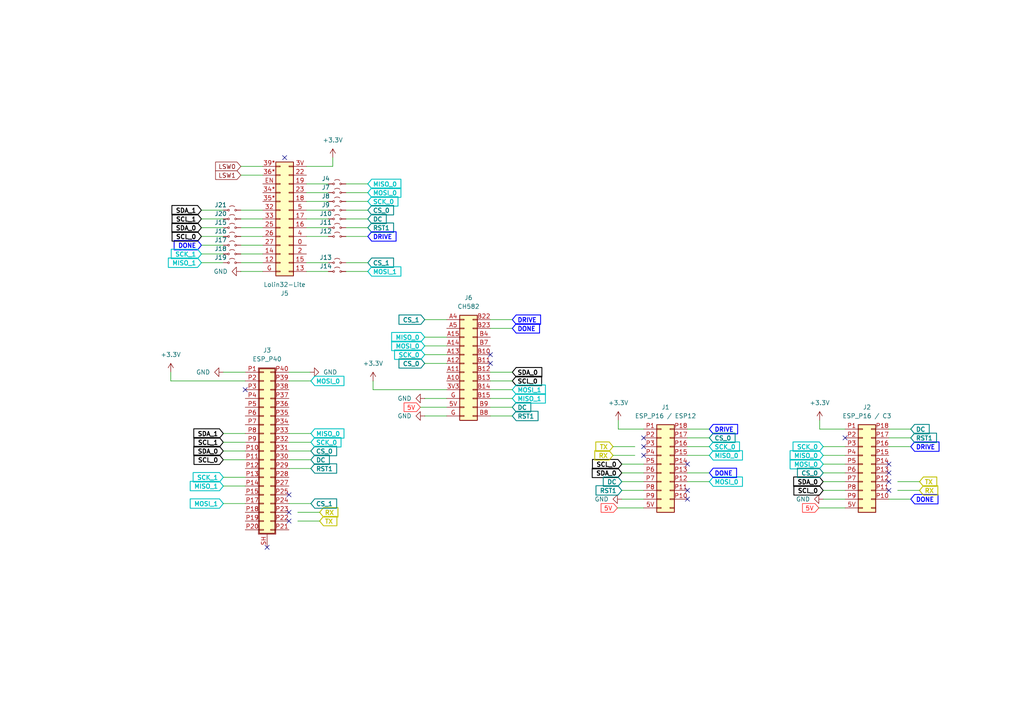
<source format=kicad_sch>
(kicad_sch (version 20250114) (generator "eeschema") (generator_version "9.0")
  (paper "A4")
  (lib_symbols
    (symbol "Connector_Generic:Conn_02x12_Top_Bottom" (pin_names (offset 1.016) (hide yes))
      (property "Reference" "J6" (at 1.27 19.05 0))
      (property "Value" "CH582" (at 1.27 16.51 0))
      (symbol "Conn_02x12_Top_Bottom_1_1"
        (rectangle (start -1.27 13.97) (end 3.81 -16.51) (stroke (width 0.254)) (fill (type background)))
        (rectangle (start -1.27 12.827) (end 0 12.573) (stroke (width 0.1524)))
        (rectangle (start -1.27 10.287) (end 0 10.033) (stroke (width 0.1524)))
        (rectangle (start -1.27 7.747) (end 0 7.493) (stroke (width 0.1524)))
        (rectangle (start -1.27 5.207) (end 0 4.953) (stroke (width 0.1524)))
        (rectangle (start -1.27 2.667) (end 0 2.413) (stroke (width 0.1524)))
        (rectangle (start -1.27 0.127) (end 0 -0.127) (stroke (width 0.1524)))
        (rectangle (start -1.27 -2.413) (end 0 -2.667) (stroke (width 0.1524)))
        (rectangle (start -1.27 -4.953) (end 0 -5.207) (stroke (width 0.1524)))
        (rectangle (start -1.27 -7.493) (end 0 -7.747) (stroke (width 0.1524)))
        (rectangle (start -1.27 -10.033) (end 0 -10.287) (stroke (width 0.1524)))
        (rectangle (start -1.27 -12.573) (end 0 -12.827) (stroke (width 0.1524)))
        (rectangle (start -1.27 -15.113) (end 0 -15.367) (stroke (width 0.1524)))
        (rectangle (start 3.81 12.827) (end 2.54 12.573) (stroke (width 0.1524)))
        (rectangle (start 3.81 10.287) (end 2.54 10.033) (stroke (width 0.1524)))
        (rectangle (start 3.81 7.747) (end 2.54 7.493) (stroke (width 0.1524)))
        (rectangle (start 3.81 5.207) (end 2.54 4.953) (stroke (width 0.1524)))
        (rectangle (start 3.81 2.667) (end 2.54 2.413) (stroke (width 0.1524)))
        (rectangle (start 3.81 0.127) (end 2.54 -0.127) (stroke (width 0.1524)))
        (rectangle (start 3.81 -2.413) (end 2.54 -2.667) (stroke (width 0.1524)))
        (rectangle (start 3.81 -4.953) (end 2.54 -5.207) (stroke (width 0.1524)))
        (rectangle (start 3.81 -7.493) (end 2.54 -7.747) (stroke (width 0.1524)))
        (rectangle (start 3.81 -10.033) (end 2.54 -10.287) (stroke (width 0.1524)))
        (rectangle (start 3.81 -12.573) (end 2.54 -12.827) (stroke (width 0.1524)))
        (rectangle (start 3.81 -15.113) (end 2.54 -15.367) (stroke (width 0.1524)))
        (pin passive line (at -5.08 12.7 0) (length 3.81) (name "Pin_1") (number "A4"))
        (pin passive line (at -5.08 10.16 0) (length 3.81) (name "Pin_2") (number "A5"))
        (pin passive line (at -5.08 7.62 0) (length 3.81) (name "Pin_3") (number "A15"))
        (pin passive line (at -5.08 5.08 0) (length 3.81) (name "Pin_4") (number "A14"))
        (pin passive line (at -5.08 2.54 0) (length 3.81) (name "Pin_5") (number "A13"))
        (pin passive line (at -5.08 0 0) (length 3.81) (name "Pin_6") (number "A12"))
        (pin passive line (at -5.08 -2.54 0) (length 3.81) (name "Pin_7") (number "A11"))
        (pin passive line (at -5.08 -5.08 0) (length 3.81) (name "Pin_8") (number "A10"))
        (pin passive line (at -5.08 -7.62 0) (length 3.81) (name "Pin_9") (number "3V3"))
        (pin passive line (at -5.08 -10.16 0) (length 3.81) (name "Pin_10") (number "G"))
        (pin passive line (at -5.08 -12.7 0) (length 3.81) (name "Pin_11") (number "5V"))
        (pin passive line (at -5.08 -15.24 0) (length 3.81) (name "Pin_12") (number "G"))
        (pin passive line (at 7.62 12.7 180) (length 3.81) (name "Pin_13") (number "B22"))
        (pin passive line (at 7.62 10.16 180) (length 3.81) (name "Pin_14") (number "B23"))
        (pin passive line (at 7.62 7.62 180) (length 3.81) (name "Pin_15") (number "B4"))
        (pin passive line (at 7.62 5.08 180) (length 3.81) (name "Pin_16") (number "B7"))
        (pin passive line (at 7.62 2.54 180) (length 3.81) (name "Pin_17") (number "B10"))
        (pin passive line (at 7.62 0 180) (length 3.81) (name "Pin_18") (number "B11"))
        (pin passive line (at 7.62 -2.54 180) (length 3.81) (name "Pin_19") (number "B12"))
        (pin passive line (at 7.62 -5.08 180) (length 3.81) (name "Pin_20") (number "B13"))
        (pin passive line (at 7.62 -7.62 180) (length 3.81) (name "Pin_21") (number "B14"))
        (pin passive line (at 7.62 -10.16 180) (length 3.81) (name "Pin_22") (number "B15"))
        (pin passive line (at 7.62 -12.7 180) (length 3.81) (name "Pin_23") (number "B9"))
        (pin passive line (at 7.62 -15.24 180) (length 3.81) (name "Pin_24") (number "B8"))
      )
    )
    (symbol "Connector_Generic_Shielded:Conn_02x19_Top_Bottom_Shielded" (pin_names (offset 1.016) (hide yes))
      (property "Reference" "J3" (at 1.27 29.21 0))
      (property "Value" "ESP_P40" (at 1.27 26.67 0))
      (symbol "Conn_02x19_Top_Bottom_Shielded_1_1"
        (rectangle (start -1.27 24.13) (end 3.81 -24.13) (stroke (width 0.1524)))
        (rectangle (start -1.016 23.876) (end 3.556 -23.876) (stroke (width 0.254)) (fill (type background)))
        (rectangle (start -1.016 22.987) (end 0.254 22.733) (stroke (width 0.1524)))
        (rectangle (start -1.016 20.447) (end 0.254 20.193) (stroke (width 0.1524)))
        (rectangle (start -1.016 17.907) (end 0.254 17.653) (stroke (width 0.1524)))
        (rectangle (start -1.016 15.367) (end 0.254 15.113) (stroke (width 0.1524)))
        (rectangle (start -1.016 12.827) (end 0.254 12.573) (stroke (width 0.1524)))
        (rectangle (start -1.016 10.287) (end 0.254 10.033) (stroke (width 0.1524)))
        (rectangle (start -1.016 7.747) (end 0.254 7.493) (stroke (width 0.1524)))
        (rectangle (start -1.016 5.207) (end 0.254 4.953) (stroke (width 0.1524)))
        (rectangle (start -1.016 2.667) (end 0.254 2.413) (stroke (width 0.1524)))
        (rectangle (start -1.016 0.127) (end 0.254 -0.127) (stroke (width 0.1524)))
        (rectangle (start -1.016 -2.413) (end 0.254 -2.667) (stroke (width 0.1524)))
        (rectangle (start -1.016 -4.953) (end 0.254 -5.207) (stroke (width 0.1524)))
        (rectangle (start -1.016 -7.493) (end 0.254 -7.747) (stroke (width 0.1524)))
        (rectangle (start -1.016 -10.033) (end 0.254 -10.287) (stroke (width 0.1524)))
        (rectangle (start -1.016 -12.573) (end 0.254 -12.827) (stroke (width 0.1524)))
        (rectangle (start -1.016 -15.113) (end 0.254 -15.367) (stroke (width 0.1524)))
        (rectangle (start -1.016 -17.653) (end 0.254 -17.907) (stroke (width 0.1524)))
        (rectangle (start -1.016 -20.193) (end 0.254 -20.447) (stroke (width 0.1524)))
        (rectangle (start -1.016 -22.733) (end 0.254 -22.987) (stroke (width 0.1524)))
        (rectangle (start 3.556 22.987) (end 2.286 22.733) (stroke (width 0.1524)))
        (rectangle (start 3.556 20.447) (end 2.286 20.193) (stroke (width 0.1524)))
        (rectangle (start 3.556 17.907) (end 2.286 17.653) (stroke (width 0.1524)))
        (rectangle (start 3.556 15.367) (end 2.286 15.113) (stroke (width 0.1524)))
        (rectangle (start 3.556 12.827) (end 2.286 12.573) (stroke (width 0.1524)))
        (rectangle (start 3.556 10.287) (end 2.286 10.033) (stroke (width 0.1524)))
        (rectangle (start 3.556 7.747) (end 2.286 7.493) (stroke (width 0.1524)))
        (rectangle (start 3.556 5.207) (end 2.286 4.953) (stroke (width 0.1524)))
        (rectangle (start 3.556 2.667) (end 2.286 2.413) (stroke (width 0.1524)))
        (rectangle (start 3.556 0.127) (end 2.286 -0.127) (stroke (width 0.1524)))
        (rectangle (start 3.556 -2.413) (end 2.286 -2.667) (stroke (width 0.1524)))
        (rectangle (start 3.556 -4.953) (end 2.286 -5.207) (stroke (width 0.1524)))
        (rectangle (start 3.556 -7.493) (end 2.286 -7.747) (stroke (width 0.1524)))
        (rectangle (start 3.556 -10.033) (end 2.286 -10.287) (stroke (width 0.1524)))
        (rectangle (start 3.556 -12.573) (end 2.286 -12.827) (stroke (width 0.1524)))
        (rectangle (start 3.556 -15.113) (end 2.286 -15.367) (stroke (width 0.1524)))
        (rectangle (start 3.556 -17.653) (end 2.286 -17.907) (stroke (width 0.1524)))
        (rectangle (start 3.556 -20.193) (end 2.286 -20.447) (stroke (width 0.1524)))
        (rectangle (start 3.556 -22.733) (end 2.286 -22.987) (stroke (width 0.1524)))
        (pin passive line (at -5.08 22.86 0) (length 4.064) (name "Pin_1") (number "P1"))
        (pin passive line (at -5.08 20.32 0) (length 4.064) (name "Pin_2") (number "P2"))
        (pin passive line (at -5.08 17.78 0) (length 4.064) (name "Pin_3") (number "P3"))
        (pin passive line (at -5.08 15.24 0) (length 4.064) (name "Pin_4") (number "P4"))
        (pin passive line (at -5.08 12.7 0) (length 4.064) (name "Pin_5") (number "P5"))
        (pin passive line (at -5.08 10.16 0) (length 4.064) (name "Pin_6") (number "P6"))
        (pin passive line (at -5.08 7.62 0) (length 4.064) (name "Pin_7") (number "P7"))
        (pin passive line (at -5.08 5.08 0) (length 4.064) (name "Pin_8") (number "P8"))
        (pin passive line (at -5.08 2.54 0) (length 4.064) (name "Pin_9") (number "P9"))
        (pin passive line (at -5.08 0 0) (length 4.064) (name "Pin_10") (number "P10"))
        (pin passive line (at -5.08 -2.54 0) (length 4.064) (name "Pin_11") (number "P11"))
        (pin passive line (at -5.08 -5.08 0) (length 4.064) (name "Pin_12") (number "P12"))
        (pin passive line (at -5.08 -7.62 0) (length 4.064) (name "Pin_13") (number "P13"))
        (pin passive line (at -5.08 -10.16 0) (length 4.064) (name "Pin_14") (number "P14"))
        (pin passive line (at -5.08 -12.7 0) (length 4.064) (name "Pin_15") (number "P15"))
        (pin passive line (at -5.08 -15.24 0) (length 4.064) (name "Pin_16") (number "P17"))
        (pin passive line (at -5.08 -17.78 0) (length 4.064) (name "Pin_17") (number "P18"))
        (pin passive line (at -5.08 -20.32 0) (length 4.064) (name "Pin_18") (number "P19"))
        (pin passive line (at -5.08 -22.86 0) (length 4.064) (name "Pin_19") (number "P20"))
        (pin passive line (at 1.27 -27.94 90) (length 3.81) (name "Shield") (number "SH"))
        (pin passive line (at 7.62 22.86 180) (length 4.064) (name "Pin_20") (number "P40"))
        (pin passive line (at 7.62 20.32 180) (length 4.064) (name "Pin_21") (number "P39"))
        (pin passive line (at 7.62 17.78 180) (length 4.064) (name "Pin_22") (number "P38"))
        (pin passive line (at 7.62 15.24 180) (length 4.064) (name "Pin_23") (number "P37"))
        (pin passive line (at 7.62 12.7 180) (length 4.064) (name "Pin_24") (number "P36"))
        (pin passive line (at 7.62 10.16 180) (length 4.064) (name "Pin_25") (number "P35"))
        (pin passive line (at 7.62 7.62 180) (length 4.064) (name "Pin_26") (number "P34"))
        (pin passive line (at 7.62 5.08 180) (length 4.064) (name "Pin_27") (number "P33"))
        (pin passive line (at 7.62 2.54 180) (length 4.064) (name "Pin_28") (number "P32"))
        (pin passive line (at 7.62 0 180) (length 4.064) (name "Pin_29") (number "P31"))
        (pin passive line (at 7.62 -2.54 180) (length 4.064) (name "Pin_30") (number "P30"))
        (pin passive line (at 7.62 -5.08 180) (length 4.064) (name "Pin_31") (number "P29"))
        (pin passive line (at 7.62 -7.62 180) (length 4.064) (name "Pin_32") (number "P28"))
        (pin passive line (at 7.62 -10.16 180) (length 4.064) (name "Pin_33") (number "P27"))
        (pin passive line (at 7.62 -12.7 180) (length 4.064) (name "Pin_34") (number "P25"))
        (pin passive line (at 7.62 -15.24 180) (length 4.064) (name "Pin_35") (number "P24"))
        (pin passive line (at 7.62 -17.78 180) (length 4.064) (name "Pin_36") (number "P23"))
        (pin passive line (at 7.62 -20.32 180) (length 4.064) (name "Pin_37") (number "P22"))
        (pin passive line (at 7.62 -22.86 180) (length 4.064) (name "Pin_38") (number "P21"))
      )
    )
    (symbol "GND_1" (power) (pin_numbers (hide yes)) (pin_names (offset 0) (hide yes))
      (property "Value" "GND" (at 0 -3.81 0))
      (symbol "GND_1_0_1"
        (polyline (pts (xy 0 0) (xy 0 -1.27) (xy 1.27 -1.27) (xy 0 -2.54) (xy -1.27 -1.27) (xy 0 -1.27)))
      )
      (symbol "GND_1_1_1"
        (pin power_in line (at 0 0 270) (length 0) (name "~") (number "1"))
      )
    )
    (symbol "IOT-Mess:ESP_P16" (pin_names (offset 1.016) (hide yes))
      (property "Reference" "J1" (at 1.27 16.51 0))
      (property "Value" "ESP_P16" (at 1.27 13.97 0))
      (symbol "ESP_P16_1_1"
        (rectangle (start -1.27 11.43) (end 3.81 -13.97) (stroke (width 0.254)) (fill (type background)))
        (rectangle (start -1.27 10.287) (end 0 10.033) (stroke (width 0.1524)))
        (rectangle (start -1.27 7.747) (end 0 7.493) (stroke (width 0.1524)))
        (rectangle (start -1.27 5.207) (end 0 4.953) (stroke (width 0.1524)))
        (rectangle (start -1.27 2.667) (end 0 2.413) (stroke (width 0.1524)))
        (rectangle (start -1.27 0.127) (end 0 -0.127) (stroke (width 0.1524)))
        (rectangle (start -1.27 -2.413) (end 0 -2.667) (stroke (width 0.1524)))
        (rectangle (start -1.27 -4.953) (end 0 -5.207) (stroke (width 0.1524)))
        (rectangle (start -1.27 -7.493) (end 0 -7.747) (stroke (width 0.1524)))
        (rectangle (start -1.27 -10.033) (end 0 -10.287) (stroke (width 0.1524)))
        (rectangle (start -1.27 -12.573) (end 0 -12.827) (stroke (width 0.1524)))
        (rectangle (start 3.81 10.287) (end 2.54 10.033) (stroke (width 0.1524)))
        (rectangle (start 3.81 7.747) (end 2.54 7.493) (stroke (width 0.1524)))
        (rectangle (start 3.81 5.207) (end 2.54 4.953) (stroke (width 0.1524)))
        (rectangle (start 3.81 2.667) (end 2.54 2.413) (stroke (width 0.1524)))
        (rectangle (start 3.81 0.127) (end 2.54 -0.127) (stroke (width 0.1524)))
        (rectangle (start 3.81 -2.413) (end 2.54 -2.667) (stroke (width 0.1524)))
        (rectangle (start 3.81 -4.953) (end 2.54 -5.207) (stroke (width 0.1524)))
        (rectangle (start 3.81 -7.493) (end 2.54 -7.747) (stroke (width 0.1524)))
        (rectangle (start 3.81 -10.033) (end 2.54 -10.287) (stroke (width 0.1524)))
        (rectangle (start 3.81 -12.573) (end 2.54 -12.827) (stroke (width 0.1524)))
        (pin passive line (at -5.08 10.16 0) (length 3.81) (name "Pin_1") (number "P1"))
        (pin passive line (at -5.08 7.62 0) (length 3.81) (name "Pin_2") (number "P2"))
        (pin passive line (at -5.08 5.08 0) (length 3.81) (name "Pin_3") (number "P3"))
        (pin passive line (at -5.08 2.54 0) (length 3.81) (name "Pin_4") (number "P4"))
        (pin passive line (at -5.08 0 0) (length 3.81) (name "Pin_5") (number "P5"))
        (pin passive line (at -5.08 -2.54 0) (length 3.81) (name "Pin_6") (number "P6"))
        (pin passive line (at -5.08 -5.08 0) (length 3.81) (name "Pin_7") (number "P7"))
        (pin passive line (at -5.08 -7.62 0) (length 3.81) (name "Pin_8") (number "P8"))
        (pin passive line (at -5.08 -10.16 0) (length 3.81) (name "Pin_9") (number "P9"))
        (pin passive line (at -5.08 -12.7 0) (length 3.81) (name "Pin_10") (number "5V"))
        (pin passive line (at 7.62 10.16 180) (length 3.81) (name "Pin_20") (number "P18"))
        (pin passive line (at 7.62 7.62 180) (length 3.81) (name "Pin_19") (number "P17"))
        (pin passive line (at 7.62 5.08 180) (length 3.81) (name "Pin_18") (number "P16"))
        (pin passive line (at 7.62 2.54 180) (length 3.81) (name "Pin_17") (number "P15"))
        (pin passive line (at 7.62 0 180) (length 3.81) (name "Pin_16") (number "P14"))
        (pin passive line (at 7.62 -2.54 180) (length 3.81) (name "Pin_15") (number "P13"))
        (pin passive line (at 7.62 -5.08 180) (length 3.81) (name "Pin_14") (number "P12"))
        (pin passive line (at 7.62 -7.62 180) (length 3.81) (name "Pin_13") (number "P11"))
        (pin passive line (at 7.62 -10.16 180) (length 3.81) (name "Pin_12") (number "P10"))
      )
    )
    (symbol "IOT-Mess:Lolin32-Lite" (pin_names (offset 1.016) (hide yes))
      (property "Reference" "J" (at 1.27 17.78 0))
      (property "Value" "Lolin32-Lite" (at 1.27 -17.78 0))
      (symbol "Lolin32-Lite_1_1"
        (rectangle (start -1.27 16.51) (end 3.81 -16.51) (stroke (width 0.254)) (fill (type background)))
        (rectangle (start -1.27 15.367) (end 0 15.113) (stroke (width 0.1524)))
        (rectangle (start -1.27 12.827) (end 0 12.573) (stroke (width 0.1524)))
        (rectangle (start -1.27 10.287) (end 0 10.033) (stroke (width 0.1524)))
        (rectangle (start -1.27 7.747) (end 0 7.493) (stroke (width 0.1524)))
        (rectangle (start -1.27 5.207) (end 0 4.953) (stroke (width 0.1524)))
        (rectangle (start -1.27 2.667) (end 0 2.413) (stroke (width 0.1524)))
        (rectangle (start -1.27 0.127) (end 0 -0.127) (stroke (width 0.1524)))
        (rectangle (start -1.27 -2.413) (end 0 -2.667) (stroke (width 0.1524)))
        (rectangle (start -1.27 -4.953) (end 0 -5.207) (stroke (width 0.1524)))
        (rectangle (start -1.27 -7.493) (end 0 -7.747) (stroke (width 0.1524)))
        (rectangle (start -1.27 -10.033) (end 0 -10.287) (stroke (width 0.1524)))
        (rectangle (start -1.27 -12.573) (end 0 -12.827) (stroke (width 0.1524)))
        (rectangle (start -1.27 -15.113) (end 0 -15.367) (stroke (width 0.1524)))
        (rectangle (start 3.81 15.367) (end 2.54 15.113) (stroke (width 0.1524)))
        (rectangle (start 3.81 12.827) (end 2.54 12.573) (stroke (width 0.1524)))
        (rectangle (start 3.81 10.287) (end 2.54 10.033) (stroke (width 0.1524)))
        (rectangle (start 3.81 7.747) (end 2.54 7.493) (stroke (width 0.1524)))
        (rectangle (start 3.81 5.207) (end 2.54 4.953) (stroke (width 0.1524)))
        (rectangle (start 3.81 2.667) (end 2.54 2.413) (stroke (width 0.1524)))
        (rectangle (start 3.81 0.127) (end 2.54 -0.127) (stroke (width 0.1524)))
        (rectangle (start 3.81 -2.413) (end 2.54 -2.667) (stroke (width 0.1524)))
        (rectangle (start 3.81 -4.953) (end 2.54 -5.207) (stroke (width 0.1524)))
        (rectangle (start 3.81 -7.493) (end 2.54 -7.747) (stroke (width 0.1524)))
        (rectangle (start 3.81 -10.033) (end 2.54 -10.287) (stroke (width 0.1524)))
        (rectangle (start 3.81 -12.573) (end 2.54 -12.827) (stroke (width 0.1524)))
        (rectangle (start 3.81 -15.113) (end 2.54 -15.367) (stroke (width 0.1524)))
        (pin passive line (at -5.08 15.24 0) (length 3.81) (name "Pin_1a") (number "13"))
        (pin passive line (at -5.08 12.7 0) (length 3.81) (name "Pin_2a") (number "15"))
        (pin passive line (at -5.08 10.16 0) (length 3.81) (name "Pin_3a") (number "2"))
        (pin passive line (at -5.08 7.62 0) (length 3.81) (name "Pin_4a") (number "0"))
        (pin passive line (at -5.08 5.08 0) (length 3.81) (name "Pin_5a") (number "4"))
        (pin passive line (at -5.08 2.54 0) (length 3.81) (name "Pin_6a") (number "16"))
        (pin passive line (at -5.08 0 0) (length 3.81) (name "Pin_7a") (number "17"))
        (pin passive line (at -5.08 -2.54 0) (length 3.81) (name "Pin_8a") (number "5"))
        (pin passive line (at -5.08 -5.08 0) (length 3.81) (name "Pin_9a") (number "18"))
        (pin passive line (at -5.08 -7.62 0) (length 3.81) (name "Pin_10a") (number "23"))
        (pin passive line (at -5.08 -10.16 0) (length 3.81) (name "Pin_11a") (number "19"))
        (pin passive line (at -5.08 -12.7 0) (length 3.81) (name "Pin_12a") (number "22"))
        (pin passive line (at -5.08 -15.24 0) (length 3.81) (name "Pin_13a") (number "3V"))
        (pin passive line (at 7.62 15.24 180) (length 3.81) (name "Pin_1b") (number "G"))
        (pin passive line (at 7.62 12.7 180) (length 3.81) (name "Pin_2b") (number "12"))
        (pin passive line (at 7.62 10.16 180) (length 3.81) (name "Pin_3b") (number "14"))
        (pin passive line (at 7.62 7.62 180) (length 3.81) (name "Pin_4b") (number "27"))
        (pin passive line (at 7.62 5.08 180) (length 3.81) (name "Pin_5b") (number "26"))
        (pin passive line (at 7.62 2.54 180) (length 3.81) (name "Pin_6b") (number "25"))
        (pin passive line (at 7.62 0 180) (length 3.81) (name "Pin_7b") (number "33"))
        (pin passive line (at 7.62 -2.54 180) (length 3.81) (name "Pin_8b") (number "32"))
        (pin passive line (at 7.62 -5.08 180) (length 3.81) (name "Pin_9b") (number "35*"))
        (pin passive line (at 7.62 -7.62 180) (length 3.81) (name "Pin_10b") (number "34*"))
        (pin passive line (at 7.62 -10.16 180) (length 3.81) (name "Pin_11b") (number "EN"))
        (pin passive line (at 7.62 -12.7 180) (length 3.81) (name "Pin_12b") (number "36*"))
        (pin passive line (at 7.62 -15.24 180) (length 3.81) (name "Pin_13b") (number "39*"))
      )
    )
    (symbol "Jumper:Jumper_2_Small_Open" (pin_numbers (hide yes)) (pin_names (offset 0) (hide yes))
      (property "Reference" "JP" (at 0 2.794 0))
      (property "Value" "Jumper_2_Small_Open" (at 0 -2.286 0))
      (symbol "Jumper_2_Small_Open_0_0"
        (circle (center -1.016 0) (radius 0.254))
        (circle (center 1.016 0) (radius 0.254))
      )
      (symbol "Jumper_2_Small_Open_0_1"
        (arc (start -0.762 1.0196) (mid 0 1.2729) (end 0.762 1.0196))
      )
      (symbol "Jumper_2_Small_Open_1_1"
        (pin passive line (at -2.54 0 0) (length 1.27) (name "A") (number "1"))
        (pin passive line (at 2.54 0 180) (length 1.27) (name "B") (number "2"))
      )
    )
    (symbol "power:+3.3V" (power) (pin_numbers (hide yes)) (pin_names (offset 0) (hide yes))
      (property "Value" "+3.3V" (at 0 3.556 0))
      (symbol "+3.3V_0_1"
        (polyline (pts (xy -0.762 1.27) (xy 0 2.54)))
        (polyline (pts (xy 0 2.54) (xy 0.762 1.27)))
        (polyline (pts (xy 0 0) (xy 0 2.54)))
      )
      (symbol "+3.3V_1_1"
        (pin power_in line (at 0 0 90) (length 0) (name "~") (number "1"))
      )
    )
  )
  (no_connect (at 186.69 127))
  (no_connect (at 257.81 134.62))
  (no_connect (at 186.69 132.08))
  (no_connect (at 77.47 158.75))
  (no_connect (at 142.24 105.41))
  (no_connect (at 83.82 148.59))
  (no_connect (at 142.24 102.87))
  (no_connect (at 257.81 142.24))
  (no_connect (at 82.55 45.72))
  (no_connect (at 257.81 139.7))
  (no_connect (at 245.11 127))
  (no_connect (at 257.81 137.16))
  (no_connect (at 199.39 134.62))
  (no_connect (at 71.12 113.03))
  (no_connect (at 186.69 129.54))
  (no_connect (at 83.82 151.13))
  (no_connect (at 199.39 142.24))
  (no_connect (at 199.39 144.78))
  (no_connect (at 83.82 143.51))
  (wire (pts (xy 64.77 146.05) (xy 71.12 146.05)))
  (wire (pts (xy 179.324 121.92) (xy 179.324 124.46)))
  (wire (pts (xy 205.74 127) (xy 199.39 127)))
  (wire (pts (xy 64.77 138.43) (xy 71.12 138.43)))
  (wire (pts (xy 245.11 142.24) (xy 238.76 142.24)))
  (wire (pts (xy 100.33 68.58) (xy 106.68 68.58)))
  (wire (pts (xy 199.39 124.46) (xy 205.74 124.46)))
  (wire (pts (xy 90.17 130.81) (xy 83.82 130.81)))
  (wire (pts (xy 76.2 50.8) (xy 69.85 50.8)))
  (wire (pts (xy 95.25 78.74) (xy 88.9 78.74)))
  (wire (pts (xy 148.59 120.65) (xy 142.24 120.65)))
  (wire (pts (xy 106.68 58.42) (xy 100.33 58.42)))
  (wire (pts (xy 106.68 78.74) (xy 100.33 78.74)))
  (wire (pts (xy 106.68 53.34) (xy 100.33 53.34)))
  (wire (pts (xy 148.59 115.57) (xy 142.24 115.57)))
  (wire (pts (xy 95.25 76.2) (xy 88.9 76.2)))
  (wire (pts (xy 245.11 124.46) (xy 237.744 124.46)))
  (wire (pts (xy 148.59 118.11) (xy 142.24 118.11)))
  (wire (pts (xy 264.16 127) (xy 257.81 127)))
  (wire (pts (xy 64.77 63.5) (xy 58.42 63.5)))
  (wire (pts (xy 95.25 63.5) (xy 88.9 63.5)))
  (wire (pts (xy 49.53 107.95) (xy 49.53 110.49)))
  (wire (pts (xy 180.34 139.7) (xy 186.69 139.7)))
  (wire (pts (xy 90.17 146.05) (xy 83.82 146.05)))
  (wire (pts (xy 123.19 115.57) (xy 129.54 115.57)))
  (wire (pts (xy 106.68 55.88) (xy 100.33 55.88)))
  (wire (pts (xy 49.53 110.49) (xy 71.12 110.49)))
  (wire (pts (xy 90.17 133.35) (xy 83.82 133.35)))
  (wire (pts (xy 180.34 144.78) (xy 186.69 144.78)))
  (wire (pts (xy 238.76 144.78) (xy 245.11 144.78)))
  (wire (pts (xy 95.25 68.58) (xy 88.9 68.58)))
  (wire (pts (xy 205.74 129.54) (xy 199.39 129.54)))
  (wire (pts (xy 64.77 66.04) (xy 58.42 66.04)))
  (wire (pts (xy 69.85 63.5) (xy 76.2 63.5)))
  (wire (pts (xy 142.24 107.95) (xy 148.59 107.95)))
  (wire (pts (xy 123.19 92.71) (xy 129.54 92.71)))
  (wire (pts (xy 142.24 110.49) (xy 148.59 110.49)))
  (wire (pts (xy 121.92 118.11) (xy 129.54 118.11)))
  (wire (pts (xy 179.07 147.32) (xy 186.69 147.32)))
  (wire (pts (xy 71.12 125.73) (xy 64.77 125.73)))
  (wire (pts (xy 257.81 129.54) (xy 264.16 129.54)))
  (wire (pts (xy 186.69 137.16) (xy 180.34 137.16)))
  (wire (pts (xy 64.77 71.12) (xy 58.42 71.12)))
  (wire (pts (xy 237.744 121.92) (xy 237.744 124.46)))
  (wire (pts (xy 186.69 134.62) (xy 180.34 134.62)))
  (wire (pts (xy 69.85 76.2) (xy 76.2 76.2)))
  (wire (pts (xy 88.9 48.26) (xy 96.52 48.26)))
  (wire (pts (xy 129.54 113.03) (xy 108.204 113.03)))
  (wire (pts (xy 142.24 95.25) (xy 148.59 95.25)))
  (wire (pts (xy 90.17 110.49) (xy 83.82 110.49)))
  (wire (pts (xy 238.76 137.16) (xy 245.11 137.16)))
  (wire (pts (xy 90.17 128.27) (xy 83.82 128.27)))
  (wire (pts (xy 184.15 132.08) (xy 177.8 132.08)))
  (wire (pts (xy 123.19 120.65) (xy 129.54 120.65)))
  (wire (pts (xy 186.69 124.46) (xy 179.324 124.46)))
  (wire (pts (xy 264.16 124.46) (xy 257.81 124.46)))
  (wire (pts (xy 106.68 66.04) (xy 100.33 66.04)))
  (wire (pts (xy 95.25 66.04) (xy 88.9 66.04)))
  (wire (pts (xy 64.77 60.96) (xy 58.42 60.96)))
  (wire (pts (xy 238.76 129.54) (xy 245.11 129.54)))
  (wire (pts (xy 95.25 55.88) (xy 88.9 55.88)))
  (wire (pts (xy 58.42 73.66) (xy 64.77 73.66)))
  (wire (pts (xy 69.85 78.74) (xy 76.2 78.74)))
  (wire (pts (xy 123.19 97.79) (xy 129.54 97.79)))
  (wire (pts (xy 71.12 130.81) (xy 64.77 130.81)))
  (wire (pts (xy 69.85 60.96) (xy 76.2 60.96)))
  (wire (pts (xy 123.19 105.41) (xy 129.54 105.41)))
  (wire (pts (xy 142.24 92.71) (xy 148.59 92.71)))
  (wire (pts (xy 205.74 139.7) (xy 199.39 139.7)))
  (wire (pts (xy 260.35 142.24) (xy 266.7 142.24)))
  (wire (pts (xy 245.11 139.7) (xy 238.76 139.7)))
  (wire (pts (xy 71.12 133.35) (xy 64.77 133.35)))
  (wire (pts (xy 238.76 134.62) (xy 245.11 134.62)))
  (wire (pts (xy 69.85 71.12) (xy 76.2 71.12)))
  (wire (pts (xy 95.25 60.96) (xy 88.9 60.96)))
  (wire (pts (xy 83.82 107.95) (xy 89.916 107.95)))
  (wire (pts (xy 58.42 76.2) (xy 64.77 76.2)))
  (wire (pts (xy 86.36 151.13) (xy 92.71 151.13)))
  (wire (pts (xy 76.2 48.26) (xy 69.85 48.26)))
  (wire (pts (xy 106.68 60.96) (xy 100.33 60.96)))
  (wire (pts (xy 90.17 125.73) (xy 83.82 125.73)))
  (wire (pts (xy 199.39 137.16) (xy 205.74 137.16)))
  (wire (pts (xy 95.25 53.34) (xy 88.9 53.34)))
  (wire (pts (xy 64.77 107.95) (xy 71.12 107.95)))
  (wire (pts (xy 86.36 148.59) (xy 92.71 148.59)))
  (wire (pts (xy 148.59 113.03) (xy 142.24 113.03)))
  (wire (pts (xy 205.74 132.08) (xy 199.39 132.08)))
  (wire (pts (xy 184.15 129.54) (xy 177.8 129.54)))
  (wire (pts (xy 180.34 142.24) (xy 186.69 142.24)))
  (wire (pts (xy 96.52 45.72) (xy 96.52 48.26)))
  (wire (pts (xy 123.19 100.33) (xy 129.54 100.33)))
  (wire (pts (xy 69.85 66.04) (xy 76.2 66.04)))
  (wire (pts (xy 237.49 147.32) (xy 245.11 147.32)))
  (wire (pts (xy 257.81 144.78) (xy 264.16 144.78)))
  (wire (pts (xy 106.68 63.5) (xy 100.33 63.5)))
  (wire (pts (xy 108.204 110.49) (xy 108.204 113.03)))
  (wire (pts (xy 69.85 73.66) (xy 76.2 73.66)))
  (wire (pts (xy 64.77 140.97) (xy 71.12 140.97)))
  (wire (pts (xy 90.17 135.89) (xy 83.82 135.89)))
  (wire (pts (xy 260.35 139.7) (xy 266.7 139.7)))
  (wire (pts (xy 238.76 132.08) (xy 245.11 132.08)))
  (wire (pts (xy 64.77 68.58) (xy 58.42 68.58)))
  (wire (pts (xy 123.19 102.87) (xy 129.54 102.87)))
  (wire (pts (xy 71.12 128.27) (xy 64.77 128.27)))
  (wire (pts (xy 69.85 68.58) (xy 76.2 68.58)))
  (wire (pts (xy 95.25 58.42) (xy 88.9 58.42)))
  (wire (pts (xy 106.68 76.2) (xy 100.33 76.2)))
  (global_label "5V" (shape input) (at 121.92 118.11 180) (property "Intersheetrefs" "${INTERSHEET_REFS}" (effects (hide yes))))
  (global_label "TX" (shape input) (at 177.8 129.54 180) (effects (font (thickness 0.254) (bold yes))) (property "Intersheetrefs" "${INTERSHEET_REFS}" (effects (hide yes))))
  (global_label "MISO_1" (shape input) (at 148.59 115.57 0) (effects (font (thickness 0.254) (bold yes))) (property "Intersheetrefs" "${INTERSHEET_REFS}" (effects (hide yes))))
  (global_label "CS_1" (shape input) (at 106.68 76.2 0) (effects (font (thickness 0.254) (bold yes))) (property "Intersheetrefs" "${INTERSHEET_REFS}" (effects (hide yes))))
  (global_label "MISO_0" (shape input) (at 238.76 132.08 180) (effects (font (thickness 0.254) (bold yes))) (property "Intersheetrefs" "${INTERSHEET_REFS}" (effects (hide yes))))
  (global_label "RST1" (shape input) (at 180.34 142.24 180) (effects (font (thickness 0.254) (bold yes))) (property "Intersheetrefs" "${INTERSHEET_REFS}" (effects (hide yes))))
  (global_label "SCK_0" (shape input) (at 106.68 58.42 0) (effects (font (thickness 0.254) (bold yes))) (property "Intersheetrefs" "${INTERSHEET_REFS}" (effects (hide yes))))
  (global_label "LSW0" (shape input) (at 69.85 48.26 180) (property "Intersheetrefs" "${INTERSHEET_REFS}" (effects (hide yes))))
  (global_label "MOSI_1" (shape input) (at 64.77 146.05 180) (effects (font (thickness 0.254) (bold yes))) (property "Intersheetrefs" "${INTERSHEET_REFS}" (effects (hide yes))))
  (global_label "SCK_0" (shape input) (at 205.74 129.54 0) (effects (font (thickness 0.254) (bold yes))) (property "Intersheetrefs" "${INTERSHEET_REFS}" (effects (hide yes))))
  (global_label "TX" (shape input) (at 266.7 139.7 0) (effects (font (thickness 0.254) (bold yes))) (property "Intersheetrefs" "${INTERSHEET_REFS}" (effects (hide yes))))
  (global_label "MOSI_0" (shape input) (at 205.74 139.7 0) (effects (font (thickness 0.254) (bold yes))) (property "Intersheetrefs" "${INTERSHEET_REFS}" (effects (hide yes))))
  (global_label "SCL_0" (shape input) (at 64.77 133.35 180) (effects (font (thickness 0.254) (bold yes))) (property "Intersheetrefs" "${INTERSHEET_REFS}" (effects (hide yes))))
  (global_label "SDA_0" (shape input) (at 180.34 137.16 180) (effects (font (thickness 0.254) (bold yes))) (property "Intersheetrefs" "${INTERSHEET_REFS}" (effects (hide yes))))
  (global_label "MOSI_1" (shape input) (at 148.59 113.03 0) (effects (font (thickness 0.254) (bold yes))) (property "Intersheetrefs" "${INTERSHEET_REFS}" (effects (hide yes))))
  (global_label "CS_0" (shape input) (at 238.76 137.16 180) (effects (font (thickness 0.254) (bold yes))) (property "Intersheetrefs" "${INTERSHEET_REFS}" (effects (hide yes))))
  (global_label "DRIVE" (shape input) (at 264.16 129.54 0) (effects (font (thickness 0.254) (bold yes))) (property "Intersheetrefs" "${INTERSHEET_REFS}" (effects (hide yes))))
  (global_label "DC" (shape input) (at 180.34 139.7 180) (effects (font (thickness 0.254) (bold yes))) (property "Intersheetrefs" "${INTERSHEET_REFS}" (effects (hide yes))))
  (global_label "SDA_0" (shape input) (at 58.42 66.04 180) (effects (font (thickness 0.254) (bold yes))) (property "Intersheetrefs" "${INTERSHEET_REFS}" (effects (hide yes))))
  (global_label "MISO_0" (shape input) (at 106.68 53.34 0) (effects (font (thickness 0.254) (bold yes))) (property "Intersheetrefs" "${INTERSHEET_REFS}" (effects (hide yes))))
  (global_label "SCK_1" (shape input) (at 64.77 138.43 180) (effects (font (thickness 0.254) (bold yes))) (property "Intersheetrefs" "${INTERSHEET_REFS}" (effects (hide yes))))
  (global_label "MOSI_0" (shape input) (at 90.17 110.49 0) (effects (font (thickness 0.254) (bold yes))) (property "Intersheetrefs" "${INTERSHEET_REFS}" (effects (hide yes))))
  (global_label "DRIVE" (shape input) (at 106.68 68.58 0) (effects (font (thickness 0.254) (bold yes))) (property "Intersheetrefs" "${INTERSHEET_REFS}" (effects (hide yes))))
  (global_label "MISO_1" (shape input) (at 58.42 76.2 180) (effects (font (thickness 0.254) (bold yes))) (property "Intersheetrefs" "${INTERSHEET_REFS}" (effects (hide yes))))
  (global_label "SCL_0" (shape input) (at 238.76 142.24 180) (effects (font (thickness 0.254) (bold yes))) (property "Intersheetrefs" "${INTERSHEET_REFS}" (effects (hide yes))))
  (global_label "SCK_1" (shape input) (at 58.42 73.66 180) (effects (font (thickness 0.254) (bold yes))) (property "Intersheetrefs" "${INTERSHEET_REFS}" (effects (hide yes))))
  (global_label "MISO_0" (shape input) (at 123.19 97.79 180) (effects (font (thickness 0.254) (bold yes))) (property "Intersheetrefs" "${INTERSHEET_REFS}" (effects (hide yes))))
  (global_label "DONE" (shape input) (at 205.74 137.16 0) (effects (font (thickness 0.254) (bold yes))) (property "Intersheetrefs" "${INTERSHEET_REFS}" (effects (hide yes))))
  (global_label "RX" (shape input) (at 177.8 132.08 180) (effects (font (thickness 0.254) (bold yes))) (property "Intersheetrefs" "${INTERSHEET_REFS}" (effects (hide yes))))
  (global_label "SDA_1" (shape input) (at 58.42 60.96 180) (effects (font (thickness 0.254) (bold yes))) (property "Intersheetrefs" "${INTERSHEET_REFS}" (effects (hide yes))))
  (global_label "CS_1" (shape input) (at 90.17 146.05 0) (effects (font (thickness 0.254) (bold yes))) (property "Intersheetrefs" "${INTERSHEET_REFS}" (effects (hide yes))))
  (global_label "SDA_0" (shape input) (at 64.77 130.81 180) (effects (font (thickness 0.254) (bold yes))) (property "Intersheetrefs" "${INTERSHEET_REFS}" (effects (hide yes))))
  (global_label "RST1" (shape input) (at 148.59 120.65 0) (effects (font (thickness 0.254) (bold yes))) (property "Intersheetrefs" "${INTERSHEET_REFS}" (effects (hide yes))))
  (global_label "RX" (shape input) (at 266.7 142.24 0) (effects (font (thickness 0.254) (bold yes))) (property "Intersheetrefs" "${INTERSHEET_REFS}" (effects (hide yes))))
  (global_label "MISO_0" (shape input) (at 205.74 132.08 0) (effects (font (thickness 0.254) (bold yes))) (property "Intersheetrefs" "${INTERSHEET_REFS}" (effects (hide yes))))
  (global_label "MOSI_0" (shape input) (at 106.68 55.88 0) (effects (font (thickness 0.254) (bold yes))) (property "Intersheetrefs" "${INTERSHEET_REFS}" (effects (hide yes))))
  (global_label "RST1" (shape input) (at 106.68 66.04 0) (effects (font (thickness 0.254) (bold yes))) (property "Intersheetrefs" "${INTERSHEET_REFS}" (effects (hide yes))))
  (global_label "DC" (shape input) (at 264.16 124.46 0) (effects (font (thickness 0.254) (bold yes))) (property "Intersheetrefs" "${INTERSHEET_REFS}" (effects (hide yes))))
  (global_label "SCK_0" (shape input) (at 238.76 129.54 180) (effects (font (thickness 0.254) (bold yes))) (property "Intersheetrefs" "${INTERSHEET_REFS}" (effects (hide yes))))
  (global_label "SCL_1" (shape input) (at 58.42 63.5 180) (effects (font (thickness 0.254) (bold yes))) (property "Intersheetrefs" "${INTERSHEET_REFS}" (effects (hide yes))))
  (global_label "SCK_0" (shape input) (at 90.17 128.27 0) (effects (font (thickness 0.254) (bold yes))) (property "Intersheetrefs" "${INTERSHEET_REFS}" (effects (hide yes))))
  (global_label "SDA_1" (shape input) (at 64.77 125.73 180) (effects (font (thickness 0.254) (bold yes))) (property "Intersheetrefs" "${INTERSHEET_REFS}" (effects (hide yes))))
  (global_label "DC" (shape input) (at 148.59 118.11 0) (effects (font (thickness 0.254) (bold yes))) (property "Intersheetrefs" "${INTERSHEET_REFS}" (effects (hide yes))))
  (global_label "RST1" (shape input) (at 264.16 127 0) (effects (font (thickness 0.254) (bold yes))) (property "Intersheetrefs" "${INTERSHEET_REFS}" (effects (hide yes))))
  (global_label "CS_0" (shape input) (at 90.17 130.81 0) (effects (font (thickness 0.254) (bold yes))) (property "Intersheetrefs" "${INTERSHEET_REFS}" (effects (hide yes))))
  (global_label "CS_1" (shape input) (at 123.19 92.71 180) (effects (font (thickness 0.254) (bold yes))) (property "Intersheetrefs" "${INTERSHEET_REFS}" (effects (hide yes))))
  (global_label "DRIVE" (shape input) (at 148.59 92.71 0) (effects (font (thickness 0.254) (bold yes))) (property "Intersheetrefs" "${INTERSHEET_REFS}" (effects (hide yes))))
  (global_label "SCK_0" (shape input) (at 123.19 102.87 180) (effects (font (thickness 0.254) (bold yes))) (property "Intersheetrefs" "${INTERSHEET_REFS}" (effects (hide yes))))
  (global_label "MOSI_0" (shape input) (at 123.19 100.33 180) (effects (font (thickness 0.254) (bold yes))) (property "Intersheetrefs" "${INTERSHEET_REFS}" (effects (hide yes))))
  (global_label "5V" (shape input) (at 179.07 147.32 180) (property "Intersheetrefs" "${INTERSHEET_REFS}" (effects (hide yes))))
  (global_label "DONE" (shape input) (at 264.16 144.78 0) (effects (font (thickness 0.254) (bold yes))) (property "Intersheetrefs" "${INTERSHEET_REFS}" (effects (hide yes))))
  (global_label "SCL_0" (shape input) (at 148.59 110.49 0) (effects (font (thickness 0.254) (bold yes))) (property "Intersheetrefs" "${INTERSHEET_REFS}" (effects (hide yes))))
  (global_label "TX" (shape input) (at 92.71 151.13 0) (effects (font (thickness 0.254) (bold yes))) (property "Intersheetrefs" "${INTERSHEET_REFS}" (effects (hide yes))))
  (global_label "CS_0" (shape input) (at 205.74 127 0) (effects (font (thickness 0.254) (bold yes))) (property "Intersheetrefs" "${INTERSHEET_REFS}" (effects (hide yes))))
  (global_label "SCL_0" (shape input) (at 180.34 134.62 180) (effects (font (thickness 0.254) (bold yes))) (property "Intersheetrefs" "${INTERSHEET_REFS}" (effects (hide yes))))
  (global_label "DONE" (shape input) (at 148.59 95.25 0) (effects (font (thickness 0.254) (bold yes))) (property "Intersheetrefs" "${INTERSHEET_REFS}" (effects (hide yes))))
  (global_label "MOSI_1" (shape input) (at 106.68 78.74 0) (effects (font (thickness 0.254) (bold yes))) (property "Intersheetrefs" "${INTERSHEET_REFS}" (effects (hide yes))))
  (global_label "SDA_0" (shape input) (at 238.76 139.7 180) (effects (font (thickness 0.254) (bold yes))) (property "Intersheetrefs" "${INTERSHEET_REFS}" (effects (hide yes))))
  (global_label "CS_0" (shape input) (at 123.19 105.41 180) (effects (font (thickness 0.254) (bold yes))) (property "Intersheetrefs" "${INTERSHEET_REFS}" (effects (hide yes))))
  (global_label "SCL_1" (shape input) (at 64.77 128.27 180) (effects (font (thickness 0.254) (bold yes))) (property "Intersheetrefs" "${INTERSHEET_REFS}" (effects (hide yes))))
  (global_label "MOSI_0" (shape input) (at 238.76 134.62 180) (effects (font (thickness 0.254) (bold yes))) (property "Intersheetrefs" "${INTERSHEET_REFS}" (effects (hide yes))))
  (global_label "RX" (shape input) (at 92.71 148.59 0) (effects (font (thickness 0.254) (bold yes))) (property "Intersheetrefs" "${INTERSHEET_REFS}" (effects (hide yes))))
  (global_label "RST1" (shape input) (at 90.17 135.89 0) (effects (font (thickness 0.254) (bold yes))) (property "Intersheetrefs" "${INTERSHEET_REFS}" (effects (hide yes))))
  (global_label "DC" (shape input) (at 90.17 133.35 0) (effects (font (thickness 0.254) (bold yes))) (property "Intersheetrefs" "${INTERSHEET_REFS}" (effects (hide yes))))
  (global_label "DC" (shape input) (at 106.68 63.5 0) (effects (font (thickness 0.254) (bold yes))) (property "Intersheetrefs" "${INTERSHEET_REFS}" (effects (hide yes))))
  (global_label "CS_0" (shape input) (at 106.68 60.96 0) (effects (font (thickness 0.254) (bold yes))) (property "Intersheetrefs" "${INTERSHEET_REFS}" (effects (hide yes))))
  (global_label "MISO_0" (shape input) (at 90.17 125.73 0) (effects (font (thickness 0.254) (bold yes))) (property "Intersheetrefs" "${INTERSHEET_REFS}" (effects (hide yes))))
  (global_label "DONE" (shape input) (at 58.42 71.12 180) (effects (font (thickness 0.254) (bold yes))) (property "Intersheetrefs" "${INTERSHEET_REFS}" (effects (hide yes))))
  (global_label "DRIVE" (shape input) (at 205.74 124.46 0) (effects (font (thickness 0.254) (bold yes))) (property "Intersheetrefs" "${INTERSHEET_REFS}" (effects (hide yes))))
  (global_label "MISO_1" (shape input) (at 64.77 140.97 180) (effects (font (thickness 0.254) (bold yes))) (property "Intersheetrefs" "${INTERSHEET_REFS}" (effects (hide yes))))
  (global_label "LSW1" (shape input) (at 69.85 50.8 180) (property "Intersheetrefs" "${INTERSHEET_REFS}" (effects (hide yes))))
  (global_label "SCL_0" (shape input) (at 58.42 68.58 180) (effects (font (thickness 0.254) (bold yes))) (property "Intersheetrefs" "${INTERSHEET_REFS}" (effects (hide yes))))
  (global_label "5V" (shape input) (at 237.49 147.32 180) (property "Intersheetrefs" "${INTERSHEET_REFS}" (effects (hide yes))))
  (global_label "SDA_0" (shape input) (at 148.59 107.95 0) (effects (font (thickness 0.254) (bold yes))) (property "Intersheetrefs" "${INTERSHEET_REFS}" (effects (hide yes))))
  (symbol (lib_name "GND_1") (lib_id "power:GND") (at 238.76 144.78 270) (mirror x) (unit 1)
    (property "Reference" "#PWR036" (effects (hide yes)))
    (property "Value" "GND" (at 234.95 144.7801 90) (effects (justify right)))
    (property "Description" "Power symbol creates a global label with name \"GND\" , ground" (effects (hide yes)))
  )
  (symbol (lib_id "power:+3.3V") (at 96.52 45.72 0) (unit 1)
    (property "Reference" "#PWR019" (effects (hide yes)))
    (property "Value" "+3.3V" (at 96.52 40.64 0))
    (property "Description" "Power symbol creates a global label with name \"+3.3V\"" (effects (hide yes)))
  )
  (symbol (lib_id "power:+3.3V") (at 49.53 107.95 0) (mirror y) (unit 1)
    (property "Reference" "#PWR024" (effects (hide yes)))
    (property "Value" "+3.3V" (at 49.53 102.87 0))
    (property "Description" "Power symbol creates a global label with name \"+3.3V\"" (effects (hide yes)))
  )
  (symbol (lib_id "Jumper:Jumper_2_Small_Open") (at 97.79 53.34 0) (unit 1)
    (property "Reference" "J4" (at 94.488 51.816 0))
    (property "Value" "Jumper_2" (effects (hide yes)))
    (property "Footprint" "IOT-Mess-Footprints:Jumpper-triangle" (effects (hide yes)))
    (property "Description" "Jumper, 2-pole, small symbol, open" (effects (hide yes)))
  )
  (symbol (lib_id "IOT-Mess:Lolin32-Lite") (at 83.82 63.5 180) (unit 1)
    (property "Reference" "J5" (at 82.55 85.09 0))
    (property "Value" "Lolin32-Lite" (at 82.55 82.55 0))
    (property "Footprint" "IOT-Mess-Footprints:Lolin32_Lite2" (effects (hide yes)))
    (property "Description" "Generic connector, double row, 02x13, row letter last pin numbering scheme (pin number consists of a letter for the row and a number for the pin index in this row. 1a, ..., Na; 1b, ..., Nb)), script generated (kicad-library-utils/schlib/autogen/connector/)" (effects (hide yes)))
  )
  (symbol (lib_id "power:+3.3V") (at 237.744 121.92 0) (mirror y) (unit 1)
    (property "Reference" "#PWR022" (effects (hide yes)))
    (property "Value" "+3.3V" (at 237.744 116.84 0))
    (property "Description" "Power symbol creates a global label with name \"+3.3V\"" (effects (hide yes)))
  )
  (symbol (lib_id "Jumper:Jumper_2_Small_Open") (at 67.31 60.96 0) (unit 1)
    (property "Reference" "J21" (at 64.008 59.436 0))
    (property "Value" "Jumper_2" (effects (hide yes)))
    (property "Footprint" "IOT-Mess-Footprints:Jumpper-triangle" (effects (hide yes)))
    (property "Description" "Jumper, 2-pole, small symbol, open" (effects (hide yes)))
  )
  (symbol (lib_id "Jumper:Jumper_2_Small_Open") (at 67.31 66.04 0) (unit 1)
    (property "Reference" "J15" (at 64.008 64.516 0))
    (property "Value" "Jumper_2" (effects (hide yes)))
    (property "Footprint" "IOT-Mess-Footprints:Jumpper-triangle" (effects (hide yes)))
    (property "Description" "Jumper, 2-pole, small symbol, open" (effects (hide yes)))
  )
  (symbol (lib_name "GND_1") (lib_id "power:GND") (at 69.85 78.74 270) (mirror x) (unit 1)
    (property "Reference" "#PWR034" (effects (hide yes)))
    (property "Value" "GND" (at 66.04 78.7401 90) (effects (justify right)))
    (property "Description" "Power symbol creates a global label with name \"GND\" , ground" (effects (hide yes)))
  )
  (symbol (lib_id "Jumper:Jumper_2_Small_Open") (at 67.31 71.12 0) (unit 1)
    (property "Reference" "J17" (at 64.008 69.596 0))
    (property "Value" "Jumper_2" (effects (hide yes)))
    (property "Footprint" "IOT-Mess-Footprints:Jumpper-triangle" (effects (hide yes)))
    (property "Description" "Jumper, 2-pole, small symbol, open" (effects (hide yes)))
  )
  (symbol (lib_id "Connector_Generic:Conn_02x12_Top_Bottom") (at 134.62 105.41 0) (unit 1)
    (property "Reference" "J6" (at 135.89 86.36 0))
    (property "Value" "CH582" (at 135.89 88.9 0))
    (property "Footprint" "IOT-Mess-Footprints:CH582_Base" (effects (hide yes)))
    (property "Description" "Generic connector, double row, 02x12, top/bottom pin numbering scheme (row 1: 1...pins_per_row, row2: pins_per_row+1 ... num_pins), script generated (kicad-library-utils/schlib/autogen/connector/)" (effects (hide yes)))
  )
  (symbol (lib_id "Jumper:Jumper_2_Small_Open") (at 97.79 78.74 0) (unit 1)
    (property "Reference" "J14" (at 94.488 77.216 0))
    (property "Value" "Jumper_2" (effects (hide yes)))
    (property "Footprint" "IOT-Mess-Footprints:Jumpper-triangle" (effects (hide yes)))
    (property "Description" "Jumper, 2-pole, small symbol, open" (effects (hide yes)))
  )
  (symbol (lib_name "GND_1") (lib_id "power:GND") (at 64.77 107.95 270) (mirror x) (unit 1)
    (property "Reference" "#PWR039" (effects (hide yes)))
    (property "Value" "GND" (at 60.96 107.9501 90) (effects (justify right)))
    (property "Description" "Power symbol creates a global label with name \"GND\" , ground" (effects (hide yes)))
  )
  (symbol (lib_id "Jumper:Jumper_2_Small_Open") (at 97.79 63.5 0) (unit 1)
    (property "Reference" "J10" (at 94.488 61.976 0))
    (property "Value" "Jumper_2" (effects (hide yes)))
    (property "Footprint" "IOT-Mess-Footprints:Jumpper-triangle" (effects (hide yes)))
    (property "Description" "Jumper, 2-pole, small symbol, open" (effects (hide yes)))
  )
  (symbol (lib_id "Jumper:Jumper_2_Small_Open") (at 97.79 66.04 0) (unit 1)
    (property "Reference" "J11" (at 94.488 64.516 0))
    (property "Value" "Jumper_2" (effects (hide yes)))
    (property "Footprint" "IOT-Mess-Footprints:Jumpper-triangle" (effects (hide yes)))
    (property "Description" "Jumper, 2-pole, small symbol, open" (effects (hide yes)))
  )
  (symbol (lib_name "GND_1") (lib_id "power:GND") (at 123.19 115.57 270) (mirror x) (unit 1)
    (property "Reference" "#PWR037" (effects (hide yes)))
    (property "Value" "GND" (at 119.38 115.5701 90) (effects (justify right)))
    (property "Description" "Power symbol creates a global label with name \"GND\" , ground" (effects (hide yes)))
  )
  (symbol (lib_name "GND_1") (lib_id "power:GND") (at 123.19 120.65 270) (mirror x) (unit 1)
    (property "Reference" "#PWR038" (effects (hide yes)))
    (property "Value" "GND" (at 119.38 120.6501 90) (effects (justify right)))
    (property "Description" "Power symbol creates a global label with name \"GND\" , ground" (effects (hide yes)))
  )
  (symbol (lib_id "power:+3.3V") (at 108.204 110.49 0) (mirror y) (unit 1)
    (property "Reference" "#PWR023" (effects (hide yes)))
    (property "Value" "+3.3V" (at 108.204 105.41 0))
    (property "Description" "Power symbol creates a global label with name \"+3.3V\"" (effects (hide yes)))
  )
  (symbol (lib_id "Jumper:Jumper_2_Small_Open") (at 67.31 68.58 0) (unit 1)
    (property "Reference" "J16" (at 64.008 67.056 0))
    (property "Value" "Jumper_2" (effects (hide yes)))
    (property "Footprint" "IOT-Mess-Footprints:Jumpper-triangle" (effects (hide yes)))
    (property "Description" "Jumper, 2-pole, small symbol, open" (effects (hide yes)))
  )
  (symbol (lib_id "power:+3.3V") (at 179.324 121.92 0) (mirror y) (unit 1)
    (property "Reference" "#PWR021" (effects (hide yes)))
    (property "Value" "+3.3V" (at 179.324 116.84 0))
    (property "Description" "Power symbol creates a global label with name \"+3.3V\"" (effects (hide yes)))
  )
  (symbol (lib_name "GND_1") (lib_id "power:GND") (at 89.916 107.95 90) (unit 1)
    (property "Reference" "#PWR040" (effects (hide yes)))
    (property "Value" "GND" (at 93.726 107.9501 90) (effects (justify right)))
    (property "Description" "Power symbol creates a global label with name \"GND\" , ground" (effects (hide yes)))
  )
  (symbol (lib_id "Jumper:Jumper_2_Small_Open") (at 97.79 58.42 0) (unit 1)
    (property "Reference" "J8" (at 94.488 56.896 0))
    (property "Value" "Jumper_2" (effects (hide yes)))
    (property "Footprint" "IOT-Mess-Footprints:Jumpper-triangle" (effects (hide yes)))
    (property "Description" "Jumper, 2-pole, small symbol, open" (effects (hide yes)))
  )
  (symbol (lib_id "Jumper:Jumper_2_Small_Open") (at 67.31 63.5 0) (unit 1)
    (property "Reference" "J20" (at 64.008 61.976 0))
    (property "Value" "Jumper_2" (effects (hide yes)))
    (property "Footprint" "IOT-Mess-Footprints:Jumpper-triangle" (effects (hide yes)))
    (property "Description" "Jumper, 2-pole, small symbol, open" (effects (hide yes)))
  )
  (symbol (lib_id "Connector_Generic_Shielded:Conn_02x19_Top_Bottom_Shielded") (at 76.2 130.81 0) (unit 1)
    (property "Reference" "J3" (at 77.47 101.6 0))
    (property "Value" "ESP_P40" (at 77.47 104.14 0))
    (property "Footprint" "IOT-Mess-Footprints:ESP_P40" (effects (hide yes)))
    (property "Description" "Generic shielded connector, double row, 02x19, top/bottom pin numbering scheme (row 1: 1...pins_per_row, row2: pins_per_row+1 ... num_pins), script generated (kicad-library-utils/schlib/autogen/connector/)" (effects (hide yes)))
  )
  (symbol (lib_id "Jumper:Jumper_2_Small_Open") (at 67.31 73.66 0) (unit 1)
    (property "Reference" "J18" (at 64.008 72.136 0))
    (property "Value" "Jumper_2" (effects (hide yes)))
    (property "Footprint" "IOT-Mess-Footprints:Jumpper-triangle" (effects (hide yes)))
    (property "Description" "Jumper, 2-pole, small symbol, open" (effects (hide yes)))
  )
  (symbol (lib_id "Jumper:Jumper_2_Small_Open") (at 97.79 55.88 0) (unit 1)
    (property "Reference" "J7" (at 94.488 54.356 0))
    (property "Value" "Jumper_2" (effects (hide yes)))
    (property "Footprint" "IOT-Mess-Footprints:Jumpper-triangle" (effects (hide yes)))
    (property "Description" "Jumper, 2-pole, small symbol, open" (effects (hide yes)))
  )
  (symbol (lib_id "IOT-Mess:ESP_P16") (at 191.77 134.62 0) (unit 1)
    (property "Reference" "J1" (at 193.04 118.11 0))
    (property "Value" "ESP_P16 / ESP12" (at 193.04 120.65 0))
    (property "Footprint" "IOT-Mess-Footprints:ESP_P16" (effects (hide yes)))
    (property "Description" "Generic connector, double row, 02x10, counter clockwise pin numbering scheme (similar to DIP package numbering), script generated (kicad-library-utils/schlib/autogen/connector/)" (effects (hide yes)))
  )
  (symbol (lib_name "GND_1") (lib_id "power:GND") (at 180.34 144.78 270) (mirror x) (unit 1)
    (property "Reference" "#PWR035" (effects (hide yes)))
    (property "Value" "GND" (at 176.53 144.7801 90) (effects (justify right)))
    (property "Description" "Power symbol creates a global label with name \"GND\" , ground" (effects (hide yes)))
  )
  (symbol (lib_id "Jumper:Jumper_2_Small_Open") (at 97.79 76.2 0) (unit 1)
    (property "Reference" "J13" (at 94.488 74.676 0))
    (property "Value" "Jumper_2" (effects (hide yes)))
    (property "Footprint" "IOT-Mess-Footprints:Jumpper-triangle" (effects (hide yes)))
    (property "Description" "Jumper, 2-pole, small symbol, open" (effects (hide yes)))
  )
  (symbol (lib_id "IOT-Mess:ESP_P16") (at 250.19 134.62 0) (unit 1)
    (property "Reference" "J2" (at 251.46 118.11 0))
    (property "Value" "ESP_P16 / C3" (at 251.46 120.65 0))
    (property "Footprint" "IOT-Mess-Footprints:ESP_P16" (effects (hide yes)))
    (property "Description" "Generic connector, double row, 02x10, counter clockwise pin numbering scheme (similar to DIP package numbering), script generated (kicad-library-utils/schlib/autogen/connector/)" (effects (hide yes)))
  )
  (symbol (lib_id "Jumper:Jumper_2_Small_Open") (at 67.31 76.2 0) (unit 1)
    (property "Reference" "J19" (at 64.008 74.676 0))
    (property "Value" "Jumper_2" (effects (hide yes)))
    (property "Footprint" "IOT-Mess-Footprints:Jumpper-triangle" (effects (hide yes)))
    (property "Description" "Jumper, 2-pole, small symbol, open" (effects (hide yes)))
  )
  (symbol (lib_id "Jumper:Jumper_2_Small_Open") (at 97.79 60.96 0) (unit 1)
    (property "Reference" "J9" (at 94.488 59.436 0))
    (property "Value" "Jumper_2" (effects (hide yes)))
    (property "Footprint" "IOT-Mess-Footprints:Jumpper-triangle" (effects (hide yes)))
    (property "Description" "Jumper, 2-pole, small symbol, open" (effects (hide yes)))
  )
  (symbol (lib_id "Jumper:Jumper_2_Small_Open") (at 97.79 68.58 0) (unit 1)
    (property "Reference" "J12" (at 94.488 67.056 0))
    (property "Value" "Jumper_2" (effects (hide yes)))
    (property "Footprint" "IOT-Mess-Footprints:Jumpper-triangle" (effects (hide yes)))
    (property "Description" "Jumper, 2-pole, small symbol, open" (effects (hide yes)))
  )
)
</source>
